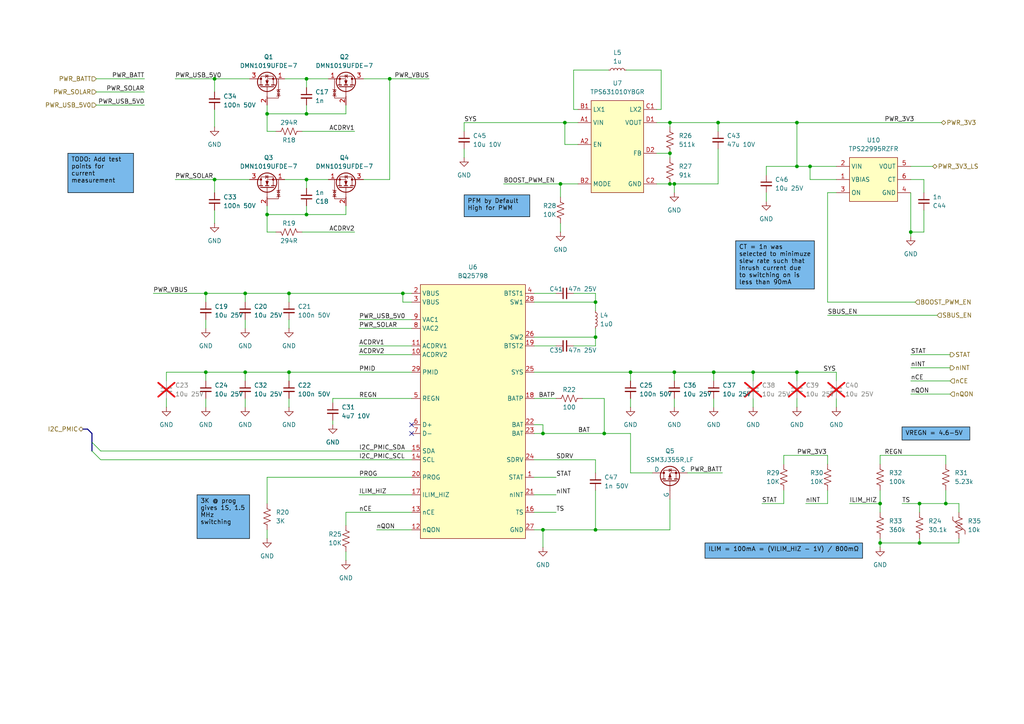
<source format=kicad_sch>
(kicad_sch (version 20231120) (generator "eeschema") (generator_version "8.0")
  (paper "A4")
  (title_block (title "Power Management") (date "2025-01-04"))
  (junction (at 162.56 53.34))
  (junction (at 163.83 35.56))
  (junction (at 172.72 87.63))
  (junction (at 83.82 85.09))
  (junction (at 182.88 107.95))
  (junction (at 255.27 157.48))
  (junction (at 71.12 85.09))
  (junction (at 264.16 67.31))
  (junction (at 231.14 107.95))
  (junction (at 266.7 157.48))
  (junction (at 113.03 22.86))
  (junction (at 157.48 125.73))
  (junction (at 62.23 22.86))
  (junction (at 231.14 35.56))
  (junction (at 172.72 153.67))
  (junction (at 274.32 146.05))
  (junction (at 77.47 33.02))
  (junction (at 207.01 107.95))
  (junction (at 194.31 44.45))
  (junction (at 208.28 35.56))
  (junction (at 266.7 146.05))
  (junction (at 116.84 85.09))
  (junction (at 255.27 146.05))
  (junction (at 218.44 107.95))
  (junction (at 195.58 53.34))
  (junction (at 195.58 107.95))
  (junction (at 83.82 107.95))
  (junction (at 172.72 97.79))
  (junction (at 157.48 153.67))
  (junction (at 59.69 85.09))
  (junction (at 88.9 52.07))
  (junction (at 231.14 48.26))
  (junction (at 62.23 52.07))
  (junction (at 71.12 107.95))
  (junction (at 194.31 53.34))
  (junction (at 194.31 35.56))
  (junction (at 59.69 107.95))
  (junction (at 234.95 48.26))
  (junction (at 77.47 62.23))
  (junction (at 88.9 22.86))
  (junction (at 88.9 62.23))
  (junction (at 88.9 33.02))
  (junction (at 175.26 125.73))
  (no_connect (at 119.38 123.19))
  (no_connect (at 119.38 125.73))
  (bus_entry (at 26.67 130.81) (size 2.54 2.54))
  (bus_entry (at 26.67 128.27) (size 2.54 2.54))
  (wire (pts (xy 166.37 31.75) (xy 167.64 31.75)))
  (wire (pts (xy 195.58 107.95) (xy 207.01 107.95)))
  (wire (pts (xy 113.03 52.07) (xy 113.03 22.86)))
  (wire (pts (xy 274.32 142.24) (xy 274.32 146.05)))
  (wire (pts (xy 175.26 125.73) (xy 182.88 125.73)))
  (wire (pts (xy 264.16 67.31) (xy 264.16 55.88)))
  (wire (pts (xy 59.69 107.95) (xy 71.12 107.95)))
  (wire (pts (xy 172.72 87.63) (xy 172.72 90.17)))
  (wire (pts (xy 59.69 85.09) (xy 59.69 87.63)))
  (wire (pts (xy 240.03 146.05) (xy 240.03 142.24)))
  (wire (pts (xy 220.98 146.05) (xy 227.33 146.05)))
  (wire (pts (xy 96.52 121.92) (xy 96.52 123.19)))
  (wire (pts (xy 87.63 67.31) (xy 102.87 67.31)))
  (wire (pts (xy 191.77 31.75) (xy 191.77 20.32)))
  (wire (pts (xy 231.14 35.56) (xy 273.05 35.56)))
  (wire (pts (xy 234.95 48.26) (xy 231.14 48.26)))
  (wire (pts (xy 267.97 60.96) (xy 267.97 67.31)))
  (wire (pts (xy 154.94 85.09) (xy 161.29 85.09)))
  (wire (pts (xy 154.94 115.57) (xy 161.29 115.57)))
  (wire (pts (xy 172.72 153.67) (xy 194.31 153.67)))
  (wire (pts (xy 71.12 107.95) (xy 71.12 110.49)))
  (wire (pts (xy 29.21 130.81) (xy 119.38 130.81)))
  (wire (pts (xy 162.56 53.34) (xy 167.64 53.34)))
  (wire (pts (xy 77.47 67.31) (xy 80.01 67.31)))
  (wire (pts (xy 231.14 48.26) (xy 222.25 48.26)))
  (wire (pts (xy 264.16 67.31) (xy 264.16 68.58)))
  (wire (pts (xy 274.32 134.62) (xy 274.32 132.08)))
  (wire (pts (xy 96.52 115.57) (xy 96.52 116.84)))
  (wire (pts (xy 116.84 87.63) (xy 116.84 85.09)))
  (wire (pts (xy 50.8 52.07) (xy 62.23 52.07)))
  (wire (pts (xy 191.77 31.75) (xy 190.5 31.75)))
  (wire (pts (xy 242.57 115.57) (xy 242.57 118.11)))
  (bus (pts (xy 24.13 124.46) (xy 25.4 124.46)))
  (wire (pts (xy 100.33 148.59) (xy 119.38 148.59)))
  (wire (pts (xy 154.94 153.67) (xy 157.48 153.67)))
  (wire (pts (xy 62.23 60.96) (xy 62.23 64.77)))
  (wire (pts (xy 267.97 55.88) (xy 267.97 52.07)))
  (wire (pts (xy 88.9 22.86) (xy 95.25 22.86)))
  (wire (pts (xy 27.94 30.48) (xy 41.91 30.48)))
  (wire (pts (xy 157.48 125.73) (xy 175.26 125.73)))
  (wire (pts (xy 71.12 107.95) (xy 83.82 107.95)))
  (wire (pts (xy 242.57 52.07) (xy 234.95 52.07)))
  (wire (pts (xy 83.82 85.09) (xy 83.82 87.63)))
  (wire (pts (xy 218.44 107.95) (xy 231.14 107.95)))
  (wire (pts (xy 166.37 31.75) (xy 166.37 20.32)))
  (wire (pts (xy 77.47 153.67) (xy 77.47 156.21)))
  (wire (pts (xy 27.94 26.67) (xy 41.91 26.67)))
  (wire (pts (xy 222.25 55.88) (xy 222.25 58.42)))
  (wire (pts (xy 255.27 146.05) (xy 255.27 148.59)))
  (wire (pts (xy 182.88 107.95) (xy 195.58 107.95)))
  (wire (pts (xy 83.82 85.09) (xy 116.84 85.09)))
  (wire (pts (xy 109.22 153.67) (xy 119.38 153.67)))
  (wire (pts (xy 266.7 146.05) (xy 266.7 148.59)))
  (wire (pts (xy 182.88 137.16) (xy 189.23 137.16)))
  (wire (pts (xy 194.31 44.45) (xy 194.31 45.72)))
  (wire (pts (xy 261.62 146.05) (xy 266.7 146.05)))
  (wire (pts (xy 231.14 48.26) (xy 231.14 35.56)))
  (wire (pts (xy 194.31 144.78) (xy 194.31 153.67)))
  (wire (pts (xy 163.83 41.91) (xy 163.83 35.56)))
  (wire (pts (xy 134.62 35.56) (xy 163.83 35.56)))
  (wire (pts (xy 182.88 107.95) (xy 182.88 110.49)))
  (wire (pts (xy 255.27 132.08) (xy 255.27 134.62)))
  (wire (pts (xy 231.14 107.95) (xy 231.14 110.49)))
  (wire (pts (xy 194.31 35.56) (xy 190.5 35.56)))
  (wire (pts (xy 264.16 67.31) (xy 267.97 67.31)))
  (wire (pts (xy 105.41 22.86) (xy 113.03 22.86)))
  (wire (pts (xy 88.9 52.07) (xy 95.25 52.07)))
  (wire (pts (xy 134.62 38.1) (xy 134.62 35.56)))
  (wire (pts (xy 208.28 43.18) (xy 208.28 53.34)))
  (wire (pts (xy 246.38 146.05) (xy 255.27 146.05)))
  (wire (pts (xy 83.82 92.71) (xy 83.82 95.25)))
  (wire (pts (xy 157.48 153.67) (xy 157.48 158.75)))
  (wire (pts (xy 88.9 22.86) (xy 88.9 25.4)))
  (wire (pts (xy 134.62 43.18) (xy 134.62 45.72)))
  (wire (pts (xy 154.94 143.51) (xy 161.29 143.51)))
  (wire (pts (xy 162.56 57.15) (xy 162.56 53.34)))
  (wire (pts (xy 255.27 156.21) (xy 255.27 157.48)))
  (wire (pts (xy 194.31 36.83) (xy 194.31 35.56)))
  (wire (pts (xy 195.58 115.57) (xy 195.58 118.11)))
  (wire (pts (xy 77.47 62.23) (xy 77.47 67.31)))
  (wire (pts (xy 190.5 44.45) (xy 194.31 44.45)))
  (wire (pts (xy 82.55 22.86) (xy 88.9 22.86)))
  (wire (pts (xy 29.21 133.35) (xy 119.38 133.35)))
  (wire (pts (xy 227.33 134.62) (xy 227.33 132.08)))
  (wire (pts (xy 119.38 87.63) (xy 116.84 87.63)))
  (wire (pts (xy 59.69 92.71) (xy 59.69 95.25)))
  (wire (pts (xy 100.33 59.69) (xy 100.33 62.23)))
  (wire (pts (xy 83.82 107.95) (xy 83.82 110.49)))
  (wire (pts (xy 191.77 20.32) (xy 181.61 20.32)))
  (wire (pts (xy 48.26 107.95) (xy 48.26 110.49)))
  (wire (pts (xy 71.12 85.09) (xy 71.12 87.63)))
  (wire (pts (xy 59.69 107.95) (xy 59.69 110.49)))
  (wire (pts (xy 172.72 95.25) (xy 172.72 97.79)))
  (wire (pts (xy 83.82 107.95) (xy 119.38 107.95)))
  (wire (pts (xy 172.72 100.33) (xy 166.37 100.33)))
  (wire (pts (xy 59.69 115.57) (xy 59.69 118.11)))
  (wire (pts (xy 83.82 115.57) (xy 83.82 118.11)))
  (wire (pts (xy 162.56 64.77) (xy 162.56 67.31)))
  (wire (pts (xy 182.88 115.57) (xy 182.88 118.11)))
  (wire (pts (xy 195.58 107.95) (xy 195.58 110.49)))
  (wire (pts (xy 82.55 52.07) (xy 88.9 52.07)))
  (wire (pts (xy 154.94 107.95) (xy 182.88 107.95)))
  (wire (pts (xy 255.27 132.08) (xy 274.32 132.08)))
  (wire (pts (xy 233.68 146.05) (xy 240.03 146.05)))
  (wire (pts (xy 167.64 41.91) (xy 163.83 41.91)))
  (wire (pts (xy 278.13 146.05) (xy 278.13 148.59)))
  (wire (pts (xy 48.26 115.57) (xy 48.26 118.11)))
  (wire (pts (xy 274.32 146.05) (xy 278.13 146.05)))
  (wire (pts (xy 195.58 53.34) (xy 195.58 55.88)))
  (wire (pts (xy 154.94 100.33) (xy 161.29 100.33)))
  (wire (pts (xy 207.01 115.57) (xy 207.01 118.11)))
  (wire (pts (xy 208.28 35.56) (xy 208.28 38.1)))
  (wire (pts (xy 104.14 102.87) (xy 119.38 102.87)))
  (bus (pts (xy 26.67 125.73) (xy 25.4 124.46)))
  (wire (pts (xy 231.14 107.95) (xy 242.57 107.95)))
  (wire (pts (xy 199.39 137.16) (xy 209.55 137.16)))
  (wire (pts (xy 146.05 53.34) (xy 162.56 53.34)))
  (wire (pts (xy 77.47 59.69) (xy 77.47 62.23)))
  (wire (pts (xy 71.12 115.57) (xy 71.12 118.11)))
  (wire (pts (xy 255.27 157.48) (xy 266.7 157.48)))
  (bus (pts (xy 26.67 128.27) (xy 26.67 130.81)))
  (wire (pts (xy 62.23 22.86) (xy 72.39 22.86)))
  (wire (pts (xy 77.47 62.23) (xy 88.9 62.23)))
  (wire (pts (xy 154.94 133.35) (xy 172.72 133.35)))
  (wire (pts (xy 62.23 31.75) (xy 62.23 36.83)))
  (wire (pts (xy 264.16 48.26) (xy 270.51 48.26)))
  (wire (pts (xy 154.94 148.59) (xy 161.29 148.59)))
  (wire (pts (xy 266.7 157.48) (xy 278.13 157.48)))
  (wire (pts (xy 264.16 102.87) (xy 275.59 102.87)))
  (wire (pts (xy 48.26 107.95) (xy 59.69 107.95)))
  (wire (pts (xy 113.03 22.86) (xy 124.46 22.86)))
  (wire (pts (xy 154.94 97.79) (xy 172.72 97.79)))
  (wire (pts (xy 240.03 91.44) (xy 271.78 91.44)))
  (wire (pts (xy 207.01 107.95) (xy 218.44 107.95)))
  (wire (pts (xy 104.14 92.71) (xy 119.38 92.71)))
  (wire (pts (xy 157.48 125.73) (xy 157.48 123.19)))
  (wire (pts (xy 264.16 110.49) (xy 275.59 110.49)))
  (wire (pts (xy 182.88 125.73) (xy 182.88 137.16)))
  (wire (pts (xy 88.9 33.02) (xy 100.33 33.02)))
  (wire (pts (xy 264.16 106.68) (xy 275.59 106.68)))
  (wire (pts (xy 264.16 114.3) (xy 275.59 114.3)))
  (wire (pts (xy 166.37 20.32) (xy 176.53 20.32)))
  (wire (pts (xy 105.41 52.07) (xy 113.03 52.07)))
  (wire (pts (xy 240.03 87.63) (xy 265.43 87.63)))
  (wire (pts (xy 100.33 160.02) (xy 100.33 162.56)))
  (wire (pts (xy 104.14 95.25) (xy 119.38 95.25)))
  (wire (pts (xy 190.5 53.34) (xy 194.31 53.34)))
  (wire (pts (xy 163.83 35.56) (xy 167.64 35.56)))
  (wire (pts (xy 71.12 92.71) (xy 71.12 95.25)))
  (wire (pts (xy 255.27 142.24) (xy 255.27 146.05)))
  (wire (pts (xy 222.25 48.26) (xy 222.25 50.8)))
  (wire (pts (xy 168.91 115.57) (xy 175.26 115.57)))
  (wire (pts (xy 266.7 146.05) (xy 274.32 146.05)))
  (wire (pts (xy 240.03 134.62) (xy 240.03 132.08)))
  (wire (pts (xy 77.47 38.1) (xy 77.47 33.02)))
  (wire (pts (xy 255.27 157.48) (xy 255.27 158.75)))
  (wire (pts (xy 62.23 52.07) (xy 62.23 55.88)))
  (wire (pts (xy 88.9 62.23) (xy 88.9 59.69)))
  (wire (pts (xy 240.03 55.88) (xy 240.03 87.63)))
  (wire (pts (xy 172.72 87.63) (xy 172.72 85.09)))
  (wire (pts (xy 77.47 138.43) (xy 77.47 146.05)))
  (wire (pts (xy 87.63 38.1) (xy 102.87 38.1)))
  (wire (pts (xy 154.94 125.73) (xy 157.48 125.73)))
  (wire (pts (xy 240.03 55.88) (xy 242.57 55.88)))
  (wire (pts (xy 104.14 143.51) (xy 119.38 143.51)))
  (wire (pts (xy 208.28 53.34) (xy 195.58 53.34)))
  (wire (pts (xy 88.9 62.23) (xy 100.33 62.23)))
  (wire (pts (xy 100.33 30.48) (xy 100.33 33.02)))
  (wire (pts (xy 59.69 85.09) (xy 71.12 85.09)))
  (wire (pts (xy 208.28 35.56) (xy 231.14 35.56)))
  (wire (pts (xy 71.12 85.09) (xy 83.82 85.09)))
  (wire (pts (xy 104.14 100.33) (xy 119.38 100.33)))
  (wire (pts (xy 154.94 123.19) (xy 157.48 123.19)))
  (wire (pts (xy 44.45 85.09) (xy 59.69 85.09)))
  (wire (pts (xy 96.52 115.57) (xy 119.38 115.57)))
  (wire (pts (xy 267.97 52.07) (xy 264.16 52.07)))
  (wire (pts (xy 62.23 52.07) (xy 72.39 52.07)))
  (wire (pts (xy 231.14 115.57) (xy 231.14 118.11)))
  (wire (pts (xy 242.57 48.26) (xy 234.95 48.26)))
  (wire (pts (xy 77.47 30.48) (xy 77.47 33.02)))
  (wire (pts (xy 88.9 30.48) (xy 88.9 33.02)))
  (wire (pts (xy 227.33 146.05) (xy 227.33 142.24)))
  (wire (pts (xy 207.01 107.95) (xy 207.01 110.49)))
  (wire (pts (xy 234.95 52.07) (xy 234.95 48.26)))
  (wire (pts (xy 50.8 22.86) (xy 62.23 22.86)))
  (wire (pts (xy 218.44 107.95) (xy 218.44 110.49)))
  (wire (pts (xy 194.31 53.34) (xy 195.58 53.34)))
  (wire (pts (xy 116.84 85.09) (xy 119.38 85.09)))
  (wire (pts (xy 154.94 87.63) (xy 172.72 87.63)))
  (wire (pts (xy 218.44 115.57) (xy 218.44 118.11)))
  (wire (pts (xy 77.47 138.43) (xy 119.38 138.43)))
  (wire (pts (xy 172.72 142.24) (xy 172.72 153.67)))
  (wire (pts (xy 157.48 153.67) (xy 172.72 153.67)))
  (wire (pts (xy 88.9 54.61) (xy 88.9 52.07)))
  (wire (pts (xy 242.57 107.95) (xy 242.57 110.49)))
  (wire (pts (xy 100.33 148.59) (xy 100.33 152.4)))
  (wire (pts (xy 77.47 33.02) (xy 88.9 33.02)))
  (wire (pts (xy 62.23 22.86) (xy 62.23 26.67)))
  (wire (pts (xy 227.33 132.08) (xy 240.03 132.08)))
  (wire (pts (xy 278.13 156.21) (xy 278.13 157.48)))
  (wire (pts (xy 172.72 97.79) (xy 172.72 100.33)))
  (wire (pts (xy 154.94 138.43) (xy 161.29 138.43)))
  (wire (pts (xy 77.47 38.1) (xy 80.01 38.1)))
  (bus (pts (xy 26.67 128.27) (xy 26.67 125.73)))
  (wire (pts (xy 194.31 35.56) (xy 208.28 35.56)))
  (wire (pts (xy 266.7 157.48) (xy 266.7 156.21)))
  (wire (pts (xy 175.26 115.57) (xy 175.26 125.73)))
  (wire (pts (xy 172.72 137.16) (xy 172.72 133.35)))
  (wire (pts (xy 27.94 22.86) (xy 41.91 22.86)))
  (wire (pts (xy 172.72 85.09) (xy 166.37 85.09)))
  (text_box "ILIM = 100mA = (VILIM_HIZ - 1V) / 800mΩ \n" (at 204.47 157.48 0) (size 45.72 4.445) (stroke (width 0) (color 0 0 0 1)) (fill (type color) (color 76 163 228 0.7490196078)) (effects (font (size 1.27 1.27)) (justify left top)))
  (text_box "CT = 1n was selected to minimuze slew rate such that inrush current due to switching on is less than 90mA" (at 213.36 69.85 0) (size 22.86 13.97) (stroke (width 0) (color 0 0 0 1)) (fill (type color) (color 76 163 228 0.7490196078)) (effects (font (size 1.27 1.27)) (justify left top)))
  (text_box "PFM by Default\nHigh for PWM" (at 134.62 56.515 0) (size 19.05 6.35) (stroke (width 0) (color 0 0 0 1)) (fill (type color) (color 76 163 228 0.7490196078)) (effects (font (size 1.27 1.27)) (justify left top)))
  (text_box "TODO: Add test points for current measurement" (at 19.685 44.45 0) (size 19.05 11.43) (stroke (width 0) (color 0 0 0 1)) (fill (type color) (color 76 163 228 0.7490196078)) (effects (font (size 1.27 1.27)) (justify left top)))
  (text_box "VREGN = 4.6-5V" (at 261.62 123.825 0) (size 19.685 3.81) (stroke (width 0) (color 0 0 0 1)) (fill (type color) (color 76 163 228 0.7490196078)) (effects (font (size 1.27 1.27)) (justify left top)))
  (text_box "3K @ prog gives 1S, 1.5 MHz switching" (at 57.15 143.51 0) (size 15.24 12.7) (stroke (width 0) (color 0 0 0 1)) (fill (type color) (color 76 163 228 0.7490196078)) (effects (font (size 1.27 1.27)) (justify left top)))
  (label "TS" (at 261.62 146.05 0))
  (label "BATP" (at 156.21 115.57 0))
  (label "ACDRV1" (at 102.87 38.1 180))
  (label "BOOST_PWM_EN" (at 146.05 53.34 0))
  (label "PWR_USB_5V0" (at 104.14 92.71 0))
  (label "TS" (at 161.29 148.59 0))
  (label "PWR_USB_5V0" (at 41.91 30.48 180))
  (label "STAT" (at 220.98 146.05 0))
  (label "ILIM_HIZ" (at 246.38 146.05 0))
  (label "SBUS_EN" (at 240.03 91.44 0))
  (label "nINT" (at 233.68 146.05 0))
  (label "PWR_VBUS" (at 124.46 22.86 180))
  (label "REGN" (at 104.14 115.57 0))
  (label "nINT" (at 264.16 106.68 0))
  (label "PWR_VBUS" (at 44.45 85.09 0))
  (label "SDRV" (at 161.29 133.35 0))
  (label "ACDRV2" (at 102.87 67.31 180))
  (label "STAT" (at 264.16 102.87 0))
  (label "I2C_PMIC_SDA" (at 104.14 130.81 0))
  (label "SYS" (at 134.62 35.56 0))
  (label "nCE" (at 104.14 148.59 0))
  (label "I2C_PMIC_SCL" (at 104.14 133.35 0))
  (label "ACDRV1" (at 104.14 100.33 0))
  (label "nCE" (at 264.16 110.49 0))
  (label "ILIM_HIZ" (at 104.14 143.51 0))
  (label "PWR_BATT" (at 209.55 137.16 180))
  (label "STAT" (at 161.29 138.43 0))
  (label "nQON" (at 264.16 114.3 0))
  (label "PWR_SOLAR" (at 50.8 52.07 0))
  (label "nINT" (at 161.29 143.51 0))
  (label "PWR_3V3" (at 231.14 132.08 0))
  (label "PWR_BATT" (at 41.91 22.86 180))
  (label "PWR_SOLAR" (at 41.91 26.67 180))
  (label "PWR_SOLAR" (at 104.14 95.25 0))
  (label "PWR_USB_5V0" (at 50.8 22.86 0))
  (label "PROG" (at 104.14 138.43 0))
  (label "ACDRV2" (at 104.14 102.87 0))
  (label "BAT" (at 167.64 125.73 0))
  (label "SYS" (at 238.76 107.95 0))
  (label "nQON" (at 109.22 153.67 0))
  (label "REGN" (at 256.54 132.08 0))
  (label "PMID" (at 104.14 107.95 0))
  (label "PWR_3V3" (at 256.54 35.56 0))
  (hierarchical_label "nQON" (shape input) (at 275.59 114.3 0))
  (hierarchical_label "STAT" (shape output) (at 275.59 102.87 0))
  (hierarchical_label "SBUS_EN" (shape input) (at 271.78 91.44 0))
  (hierarchical_label "nINT" (shape output) (at 275.59 106.68 0))
  (hierarchical_label "PWR_BATT" (shape input) (at 27.94 22.86 180))
  (hierarchical_label "PWR_USB_5V0" (shape input) (at 27.94 30.48 180))
  (hierarchical_label "I2C_PMIC" (shape bidirectional) (at 24.13 124.46 180))
  (hierarchical_label "PWR_3V3" (shape bidirectional) (at 273.05 35.56 0))
  (hierarchical_label "PWR_3V3_LS" (shape bidirectional) (at 270.51 48.26 0))
  (hierarchical_label "BOOST_PWM_EN" (shape input) (at 265.43 87.63 0))
  (hierarchical_label "PWR_SOLAR" (shape input) (at 27.94 26.67 180))
  (hierarchical_label "nCE" (shape input) (at 275.59 110.49 0))
  (symbol (lib_id "DB:ERJ-2RKF1002X") (at 240.03 138.43 0) (unit 1) (exclude_from_sim yes)
    (property "Reference" "R30" (at 234.95 137.16 0) (effects (justify left)))
    (property "Value" "10K" (at 234.95 139.7 0) (effects (justify left)))
    (property "Footprint" "footprints:R_0402_1005Metric" (effects (hide yes)))
    (property "Datasheet" "http://parts.djgood.ca/en/part/15/info" (effects (hide yes)))
    (property "Description" "10 kOhms ±1% 0.1W, 1/10W Chip Resistor 0402 (1005 Metric) Automotive AEC-Q200 Thick Film" (effects (hide yes)))
    (property "Category" "Resistors/Thick Film" (effects (hide yes)))
    (property "MPN" "ERJ-2RKF1002X" (effects (hide yes)))
    (property "Manufacturer" "Panasonic Electronic Components" (effects (hide yes)))
    (property "Manufacturing Status" "Active" (effects (hide yes)))
    (property "Part-DB Footprint" "0402" (effects (hide yes)))
    (property "Part-DB ID" "15" (effects (hide yes)))
  )
  (symbol (lib_id "power:GND") (at 207.01 118.11 0) (mirror y) (unit 1)
    (property "Reference" "#PWR043" (effects (hide yes)))
    (property "Value" "GND" (at 207.01 123.19 0))
    (property "Description" "Power symbol creates a global label with name \"GND\" , ground" (effects (hide yes)))
  )
  (symbol (lib_id "DB:GRM21BR61E106KA73L") (at 59.69 90.17 0) (unit 1)
    (property "Reference" "C19" (at 62.23 88.9062 0) (effects (justify left)))
    (property "Value" "10u 25V" (at 62.23 91.4462 0) (effects (justify left)))
    (property "Footprint" "footprints:C_0805_2012Metric" (effects (hide yes)))
    (property "Datasheet" "http://parts.djgood.ca/en/part/86/info" (effects (hide yes)))
    (property "Description" "10 µF ±10% 25V Ceramic Capacitor X5R 0805 (2012 Metric)" (effects (hide yes)))
    (property "Category" "Capacitors" (effects (hide yes)))
    (property "MPN" "GRM21BR61E106KA73L" (effects (hide yes)))
    (property "Manufacturer" "Murata Electronics" (effects (hide yes)))
    (property "Manufacturing Status" "Active" (effects (hide yes)))
    (property "Part-DB ID" "86" (effects (hide yes)))
  )
  (symbol (lib_id "DB:DMN1019UFDE-7") (at 104.14 57.15 270) (mirror x) (unit 1) (exclude_from_sim yes)
    (property "Reference" "Q4" (at 99.8855 45.72 90))
    (property "Value" "DMN1019UFDE-7" (at 99.8855 48.26 90))
    (property "Footprint" "footprints:DI_DFN2020" (effects (hide yes)))
    (property "Datasheet" "http://parts.djgood.ca/en/part/76/info" (effects (hide yes)))
    (property "Description" "N-Channel 12 V 11A (Ta) 690mW (Ta) Surface Mount U-DFN2020-6 (Type E)" (effects (hide yes)))
    (property "Category" "Transistors/FETs" (effects (hide yes)))
    (property "MPN" "DMN1019UFDE-7" (effects (hide yes)))
    (property "Manufacturer" "Diodes Incorporated" (effects (hide yes)))
    (property "Manufacturing Status" "Active" (effects (hide yes)))
    (property "Part-DB Footprint" "U-DFN2020-6 (Type E)" (effects (hide yes)))
    (property "Part-DB ID" "76" (effects (hide yes)))
  )
  (symbol (lib_id "DB:GRM033R71E102KA01D") (at 267.97 58.42 0) (mirror x) (unit 1)
    (property "Reference" "C44" (at 270.51 59.6838 0) (effects (justify left)))
    (property "Value" "1n" (at 270.51 57.1438 0) (effects (justify left)))
    (property "Footprint" "footprints:C_0201_0603Metric" (effects (hide yes)))
    (property "Datasheet" "http://parts.djgood.ca/en/part/81/info" (effects (hide yes)))
    (property "Description" "1000 pF ±10% 25V Ceramic Capacitor X7R 0201 (0603 Metric)" (effects (hide yes)))
    (property "Category" "Capacitors/Ceramic Capacitors" (effects (hide yes)))
    (property "MPN" "GRM033R71E102KA01D" (effects (hide yes)))
    (property "Manufacturer" "Murata Electronics" (effects (hide yes)))
    (property "Manufacturing Status" "Active" (effects (hide yes)))
    (property "Part-DB ID" "81" (effects (hide yes)))
  )
  (symbol (lib_id "power:GND") (at 182.88 118.11 0) (mirror y) (unit 1)
    (property "Reference" "#PWR020" (effects (hide yes)))
    (property "Value" "GND" (at 182.88 123.19 0))
    (property "Description" "Power symbol creates a global label with name \"GND\" , ground" (effects (hide yes)))
  )
  (symbol (lib_id "DB:CC0603KRX7R9BB104") (at 182.88 113.03 0) (unit 1)
    (property "Reference" "C25" (at 185.42 111.7662 0) (effects (justify left)))
    (property "Value" "100n 50V" (at 185.42 114.3062 0) (effects (justify left)))
    (property "Footprint" "footprints:C_0603_1608Metric" (effects (hide yes)))
    (property "Datasheet" "http://parts.djgood.ca/en/part/82/info" (effects (hide yes)))
    (property "Description" "0.1 µF ±10% 50V Ceramic Capacitor X7R 0603 (1608 Metric)" (effects (hide yes)))
    (property "Category" "Capacitors/Ceramic Capacitors" (effects (hide yes)))
    (property "MPN" "CC0603KRX7R9BB104" (effects (hide yes)))
    (property "Manufacturer" "YAGEO" (effects (hide yes)))
    (property "Manufacturing Status" "Active" (effects (hide yes)))
    (property "Part-DB ID" "82" (effects (hide yes)))
  )
  (symbol (lib_id "power:GND") (at 222.25 58.42 0) (mirror y) (unit 1)
    (property "Reference" "#PWR054" (effects (hide yes)))
    (property "Value" "GND" (at 222.25 63.5 0))
    (property "Description" "Power symbol creates a global label with name \"GND\" , ground" (effects (hide yes)))
  )
  (symbol (lib_id "DB:ERJ-2RKF1002X") (at 100.33 156.21 0) (unit 1) (exclude_from_sim yes)
    (property "Reference" "R25" (at 95.25 154.94 0) (effects (justify left)))
    (property "Value" "10K" (at 95.25 157.48 0) (effects (justify left)))
    (property "Footprint" "footprints:R_0402_1005Metric" (effects (hide yes)))
    (property "Datasheet" "http://parts.djgood.ca/en/part/15/info" (effects (hide yes)))
    (property "Description" "10 kOhms ±1% 0.1W, 1/10W Chip Resistor 0402 (1005 Metric) Automotive AEC-Q200 Thick Film" (effects (hide yes)))
    (property "Category" "Resistors/Thick Film" (effects (hide yes)))
    (property "MPN" "ERJ-2RKF1002X" (effects (hide yes)))
    (property "Manufacturer" "Panasonic Electronic Components" (effects (hide yes)))
    (property "Manufacturing Status" "Active" (effects (hide yes)))
    (property "Part-DB Footprint" "0402" (effects (hide yes)))
    (property "Part-DB ID" "15" (effects (hide yes)))
  )
  (symbol (lib_id "power:GND") (at 255.27 158.75 0) (mirror y) (unit 1)
    (property "Reference" "#PWR049" (effects (hide yes)))
    (property "Value" "GND" (at 255.27 163.83 0))
    (property "Description" "Power symbol creates a global label with name \"GND\" , ground" (effects (hide yes)))
  )
  (symbol (lib_id "DB:CC0603KRX7R9BB104") (at 62.23 58.42 0) (unit 1)
    (property "Reference" "C33" (at 64.77 57.1562 0) (effects (justify left)))
    (property "Value" "100n 50V" (at 64.77 59.6962 0) (effects (justify left)))
    (property "Footprint" "footprints:C_0603_1608Metric" (effects (hide yes)))
    (property "Datasheet" "http://parts.djgood.ca/en/part/82/info" (effects (hide yes)))
    (property "Description" "0.1 µF ±10% 50V Ceramic Capacitor X7R 0603 (1608 Metric)" (effects (hide yes)))
    (property "Category" "Capacitors/Ceramic Capacitors" (effects (hide yes)))
    (property "MPN" "CC0603KRX7R9BB104" (effects (hide yes)))
    (property "Manufacturer" "YAGEO" (effects (hide yes)))
    (property "Manufacturing Status" "Active" (effects (hide yes)))
    (property "Part-DB ID" "82" (effects (hide yes)))
  )
  (symbol (lib_id "DB:TPS631010YBGR") (at 171.45 29.21 0) (unit 1)
    (property "Reference" "U7" (at 179.07 24.13 0))
    (property "Value" "TPS631010YBGR" (at 179.07 26.67 0))
    (property "Footprint" "footprints:TPS631010YBGR" (effects (hide yes)))
    (property "Datasheet" "http://parts.djgood.ca/en/part/77/info" (effects (hide yes)))
    (property "Description" "Buck-Boost Switching Regulator IC Positive Adjustable 1.2V 1 Output 1.5A 8-XFBGA, DSBGA" (effects (hide yes)))
    (property "Category" "Integrated Circuits/PMIC" (effects (hide yes)))
    (property "MPN" "TPS631010YBGR" (effects (hide yes)))
    (property "Manufacturer" "Texas Instruments" (effects (hide yes)))
    (property "Manufacturing Status" "Active" (effects (hide yes)))
    (property "Part-DB Footprint" "8-DSBGA (1.6x1.1)" (effects (hide yes)))
    (property "Part-DB ID" "77" (effects (hide yes)))
  )
  (symbol (lib_id "DB:DMN1019UFDE-7") (at 104.14 27.94 270) (mirror x) (unit 1) (exclude_from_sim yes)
    (property "Reference" "Q2" (at 99.8855 16.51 90))
    (property "Value" "DMN1019UFDE-7" (at 99.8855 19.05 90))
    (property "Footprint" "footprints:DI_DFN2020" (effects (hide yes)))
    (property "Datasheet" "http://parts.djgood.ca/en/part/76/info" (effects (hide yes)))
    (property "Description" "N-Channel 12 V 11A (Ta) 690mW (Ta) Surface Mount U-DFN2020-6 (Type E)" (effects (hide yes)))
    (property "Category" "Transistors/FETs" (effects (hide yes)))
    (property "MPN" "DMN1019UFDE-7" (effects (hide yes)))
    (property "Manufacturer" "Diodes Incorporated" (effects (hide yes)))
    (property "Manufacturing Status" "Active" (effects (hide yes)))
    (property "Part-DB Footprint" "U-DFN2020-6 (Type E)" (effects (hide yes)))
    (property "Part-DB ID" "76" (effects (hide yes)))
  )
  (symbol (lib_id "DB:CC0603KRX7R9BB104") (at 62.23 29.21 0) (unit 1)
    (property "Reference" "C34" (at 64.77 27.9462 0) (effects (justify left)))
    (property "Value" "100n 50V" (at 64.77 30.4862 0) (effects (justify left)))
    (property "Footprint" "footprints:C_0603_1608Metric" (effects (hide yes)))
    (property "Datasheet" "http://parts.djgood.ca/en/part/82/info" (effects (hide yes)))
    (property "Description" "0.1 µF ±10% 50V Ceramic Capacitor X7R 0603 (1608 Metric)" (effects (hide yes)))
    (property "Category" "Capacitors/Ceramic Capacitors" (effects (hide yes)))
    (property "MPN" "CC0603KRX7R9BB104" (effects (hide yes)))
    (property "Manufacturer" "YAGEO" (effects (hide yes)))
    (property "Manufacturing Status" "Active" (effects (hide yes)))
    (property "Part-DB ID" "82" (effects (hide yes)))
  )
  (symbol (lib_id "DB:GRM21BR61E106KA73L") (at 218.44 113.03 0) (unit 1) (dnp yes)
    (property "Reference" "C38" (at 220.98 111.7662 0) (effects (justify left)))
    (property "Value" "10u 25V" (at 220.98 114.3062 0) (effects (justify left)))
    (property "Footprint" "footprints:C_0805_2012Metric" (effects (hide yes)))
    (property "Datasheet" "http://parts.djgood.ca/en/part/86/info" (effects (hide yes)))
    (property "Description" "10 µF ±10% 25V Ceramic Capacitor X5R 0805 (2012 Metric)" (effects (hide yes)))
    (property "Category" "Capacitors" (effects (hide yes)))
    (property "MPN" "GRM21BR61E106KA73L" (effects (hide yes)))
    (property "Manufacturer" "Murata Electronics" (effects (hide yes)))
    (property "Manufacturing Status" "Active" (effects (hide yes)))
    (property "Part-DB ID" "86" (effects (hide yes)))
  )
  (symbol (lib_id "power:GND") (at 242.57 118.11 0) (mirror y) (unit 1)
    (property "Reference" "#PWR046" (effects (hide yes)))
    (property "Value" "GND" (at 242.57 123.19 0))
    (property "Description" "Power symbol creates a global label with name \"GND\" , ground" (effects (hide yes)))
  )
  (symbol (lib_id "DB:SSM3J355R,LF") (at 194.31 139.7 90) (unit 1) (exclude_from_sim yes)
    (property "Reference" "Q5" (at 194.31 130.81 90))
    (property "Value" "SSM3J355R,LF" (at 194.31 133.35 90))
    (property "Footprint" "footprints:TOSHIBA_SOT-23F" (effects (hide yes)))
    (property "Datasheet" "http://parts.djgood.ca/en/part/63/info" (effects (hide yes)))
    (property "Description" "P-Channel 20 V 6A (Ta) 1W (Ta) Surface Mount SOT-23F" (effects (hide yes)))
    (property "Sim.Device" "PMOS" (effects (hide yes)))
    (property "Sim.Type" "VDMOS" (effects (hide yes)))
    (property "Sim.Pins" "1=D 2=G 3=S" (effects (hide yes)))
    (property "Category" "Transistors/FETs" (effects (hide yes)))
    (property "MPN" "SSM3J355R,LF" (effects (hide yes)))
    (property "Manufacturer" "Toshiba Semiconductor and Storage" (effects (hide yes)))
    (property "Manufacturing Status" "Active" (effects (hide yes)))
    (property "Part-DB Footprint" "SOT-23F" (effects (hide yes)))
    (property "Part-DB ID" "63" (effects (hide yes)))
  )
  (symbol (lib_id "power:GND") (at 59.69 118.11 0) (mirror y) (unit 1)
    (property "Reference" "#PWR023" (effects (hide yes)))
    (property "Value" "GND" (at 59.69 123.19 0))
    (property "Description" "Power symbol creates a global label with name \"GND\" , ground" (effects (hide yes)))
  )
  (symbol (lib_id "DB:ERJ-2RKF1002X") (at 227.33 138.43 0) (unit 1) (exclude_from_sim yes)
    (property "Reference" "R29" (at 222.25 137.16 0) (effects (justify left)))
    (property "Value" "10K" (at 222.25 139.7 0) (effects (justify left)))
    (property "Footprint" "footprints:R_0402_1005Metric" (effects (hide yes)))
    (property "Datasheet" "http://parts.djgood.ca/en/part/15/info" (effects (hide yes)))
    (property "Description" "10 kOhms ±1% 0.1W, 1/10W Chip Resistor 0402 (1005 Metric) Automotive AEC-Q200 Thick Film" (effects (hide yes)))
    (property "Category" "Resistors/Thick Film" (effects (hide yes)))
    (property "MPN" "ERJ-2RKF1002X" (effects (hide yes)))
    (property "Manufacturer" "Panasonic Electronic Components" (effects (hide yes)))
    (property "Manufacturing Status" "Active" (effects (hide yes)))
    (property "Part-DB Footprint" "0402" (effects (hide yes)))
    (property "Part-DB ID" "15" (effects (hide yes)))
  )
  (symbol (lib_id "power:GND") (at 48.26 118.11 0) (mirror y) (unit 1)
    (property "Reference" "#PWR031" (effects (hide yes)))
    (property "Value" "GND" (at 48.26 123.19 0))
    (property "Description" "Power symbol creates a global label with name \"GND\" , ground" (effects (hide yes)))
  )
  (symbol (lib_id "power:GND") (at 162.56 67.31 0) (mirror y) (unit 1)
    (property "Reference" "#PWR055" (effects (hide yes)))
    (property "Value" "GND" (at 162.56 72.39 0))
    (property "Description" "Power symbol creates a global label with name \"GND\" , ground" (effects (hide yes)))
  )
  (symbol (lib_id "DB:CC0603KRX7R9BB104") (at 83.82 113.03 0) (unit 1)
    (property "Reference" "C22" (at 86.36 111.7662 0) (effects (justify left)))
    (property "Value" "100n 50V" (at 86.36 114.3062 0) (effects (justify left)))
    (property "Footprint" "footprints:C_0603_1608Metric" (effects (hide yes)))
    (property "Datasheet" "http://parts.djgood.ca/en/part/82/info" (effects (hide yes)))
    (property "Description" "0.1 µF ±10% 50V Ceramic Capacitor X7R 0603 (1608 Metric)" (effects (hide yes)))
    (property "Category" "Capacitors/Ceramic Capacitors" (effects (hide yes)))
    (property "MPN" "CC0603KRX7R9BB104" (effects (hide yes)))
    (property "Manufacturer" "YAGEO" (effects (hide yes)))
    (property "Manufacturing Status" "Active" (effects (hide yes)))
    (property "Part-DB ID" "82" (effects (hide yes)))
  )
  (symbol (lib_id "DB:GRM21BR61E106KA73L") (at 222.25 53.34 0) (unit 1)
    (property "Reference" "C46" (at 224.79 52.0762 0) (effects (justify left)))
    (property "Value" "10u 25V" (at 224.79 54.6162 0) (effects (justify left)))
    (property "Footprint" "footprints:C_0805_2012Metric" (effects (hide yes)))
    (property "Datasheet" "http://parts.djgood.ca/en/part/86/info" (effects (hide yes)))
    (property "Description" "10 µF ±10% 25V Ceramic Capacitor X5R 0805 (2012 Metric)" (effects (hide yes)))
    (property "Category" "Capacitors" (effects (hide yes)))
    (property "MPN" "GRM21BR61E106KA73L" (effects (hide yes)))
    (property "Manufacturer" "Murata Electronics" (effects (hide yes)))
    (property "Manufacturing Status" "Active" (effects (hide yes)))
    (property "Part-DB ID" "86" (effects (hide yes)))
  )
  (symbol (lib_id "power:GND") (at 59.69 95.25 0) (mirror y) (unit 1)
    (property "Reference" "#PWR01" (effects (hide yes)))
    (property "Value" "GND" (at 59.69 100.33 0))
    (property "Description" "Power symbol creates a global label with name \"GND\" , ground" (effects (hide yes)))
  )
  (symbol (lib_id "DB:RC0402FR-07100KL") (at 255.27 138.43 0) (unit 1) (exclude_from_sim yes)
    (property "Reference" "R32" (at 257.81 137.1599 0) (effects (justify left)))
    (property "Value" "100k" (at 257.81 139.6999 0) (effects (justify left)))
    (property "Footprint" "footprints:R_0402_1005Metric" (effects (hide yes)))
    (property "Datasheet" "http://parts.djgood.ca/en/part/96/info" (effects (hide yes)))
    (property "Description" "100 kOhms ±1% 0.063W, 1/16W Chip Resistor 0402 (1005 Metric) Moisture Resistant Thick Film" (effects (hide yes)))
    (property "Category" "Resistors/Thick Film" (effects (hide yes)))
    (property "MPN" "RC0402FR-07100KL" (effects (hide yes)))
    (property "Manufacturer" "YAGEO" (effects (hide yes)))
    (property "Manufacturing Status" "Active" (effects (hide yes)))
    (property "Part-DB Footprint" "0402" (effects (hide yes)))
    (property "Part-DB ID" "96" (effects (hide yes)))
  )
  (symbol (lib_id "DB:RC0402FR-0730K1L") (at 266.7 152.4 0) (unit 1) (exclude_from_sim yes)
    (property "Reference" "R24" (at 269.24 151.1299 0) (effects (justify left)))
    (property "Value" "30.1k" (at 269.24 153.6699 0) (effects (justify left)))
    (property "Footprint" "footprints: R_0402_1005Metric" (effects (hide yes)))
    (property "Datasheet" "http://parts.djgood.ca/en/part/98/info" (effects (hide yes)))
    (property "Description" "30.1 kOhms ±1% 0.063W, 1/16W Chip Resistor 0402 (1005 Metric) Moisture Resistant Thick Film" (effects (hide yes)))
    (property "Category" "Resistors/Thick Film" (effects (hide yes)))
    (property "MPN" "RC0402FR-0730K1L" (effects (hide yes)))
    (property "Manufacturer" "YAGEO" (effects (hide yes)))
    (property "Manufacturing Status" "Active" (effects (hide yes)))
    (property "Part-DB Footprint" "0402" (effects (hide yes)))
    (property "Part-DB ID" "98" (effects (hide yes)))
  )
  (symbol (lib_id "DB:DMN1019UFDE-7") (at 73.66 27.94 90) (unit 1) (exclude_from_sim yes)
    (property "Reference" "Q1" (at 77.9145 16.51 90))
    (property "Value" "DMN1019UFDE-7" (at 77.9145 19.05 90))
    (property "Footprint" "footprints:DI_DFN2020" (effects (hide yes)))
    (property "Datasheet" "http://parts.djgood.ca/en/part/76/info" (effects (hide yes)))
    (property "Description" "N-Channel 12 V 11A (Ta) 690mW (Ta) Surface Mount U-DFN2020-6 (Type E)" (effects (hide yes)))
    (property "Category" "Transistors/FETs" (effects (hide yes)))
    (property "MPN" "DMN1019UFDE-7" (effects (hide yes)))
    (property "Manufacturer" "Diodes Incorporated" (effects (hide yes)))
    (property "Manufacturing Status" "Active" (effects (hide yes)))
    (property "Part-DB Footprint" "U-DFN2020-6 (Type E)" (effects (hide yes)))
    (property "Part-DB ID" "76" (effects (hide yes)))
  )
  (symbol (lib_id "DB:ERJ-2RKF2940X") (at 83.82 67.31 90) (mirror x) (unit 1) (exclude_from_sim yes)
    (property "Reference" "R19" (at 83.82 64.77 90))
    (property "Value" "294R" (at 83.82 69.85 90))
    (property "Footprint" "symbols:R_0402_1005Metric" (effects (hide yes)))
    (property "Datasheet" "http://parts.djgood.ca/en/part/80/info" (effects (hide yes)))
    (property "Description" "294 Ohms ±1% 0.1W, 1/10W Chip Resistor 0402 (1005 Metric) Automotive AEC-Q200 Thick Film" (effects (hide yes)))
    (property "Category" "Resistors/Thick Film" (effects (hide yes)))
    (property "MPN" "ERJ-2RKF2940X" (effects (hide yes)))
    (property "Manufacturer" "Panasonic Electronic Components" (effects (hide yes)))
    (property "Manufacturing Status" "Active" (effects (hide yes)))
    (property "Part-DB Footprint" "0402" (effects (hide yes)))
    (property "Part-DB ID" "80" (effects (hide yes)))
  )
  (symbol (lib_id "DB:GRM1555C1H102JA01D") (at 172.72 139.7 0) (unit 1)
    (property "Reference" "C47" (at 175.26 138.4362 0) (effects (justify left)))
    (property "Value" "1n 50V" (at 175.26 140.9762 0) (effects (justify left)))
    (property "Footprint" "footprints:C_0402_1005Metric" (effects (hide yes)))
    (property "Datasheet" "http://parts.djgood.ca/en/part/95/info" (effects (hide yes)))
    (property "Description" "1000 pF ±5% 50V Ceramic Capacitor C0G, NP0 0402 (1005 Metric)" (effects (hide yes)))
    (property "Category" "Capacitors/Ceramic Capacitors" (effects (hide yes)))
    (property "MPN" "GRM1555C1H102JA01D" (effects (hide yes)))
    (property "Manufacturer" "Murata Electronics" (effects (hide yes)))
    (property "Manufacturing Status" "Active" (effects (hide yes)))
    (property "Part-DB ID" "95" (effects (hide yes)))
  )
  (symbol (lib_id "DB:74404043010A") (at 179.07 20.32 90) (unit 1) (exclude_from_sim yes)
    (property "Reference" "L5" (at 179.07 15.24 90))
    (property "Value" "1u" (at 179.07 17.78 90))
    (property "Footprint" "footprints:74404043010A" (effects (hide yes)))
    (property "Datasheet" "http://parts.djgood.ca/en/part/90/info" (effects (hide yes)))
    (property "Description" "1 µH Shielded Drum Core, Wirewound Inductor 4.9 A 14mOhm Nonstandard" (effects (hide yes)))
    (property "Category" "Inductors/Fixed Inductors" (effects (hide yes)))
    (property "MPN" "74404043010A" (effects (hide yes)))
    (property "Manufacturer" "Würth Elektronik" (effects (hide yes)))
    (property "Manufacturing Status" "Active" (effects (hide yes)))
    (property "Part-DB Footprint" "SMD" (effects (hide yes)))
    (property "Part-DB ID" "90" (effects (hide yes)))
  )
  (symbol (lib_id "DB:NTCG103JF103FT1") (at 278.13 152.4 0) (unit 1) (exclude_from_sim yes)
    (property "Reference" "R35" (at 280.67 151.1299 0) (effects (justify left)))
    (property "Value" "10k" (at 280.67 153.6699 0) (effects (justify left)))
    (property "Footprint" "footprints:R_0402_1005Metric" (effects (hide yes)))
    (property "Datasheet" "http://parts.djgood.ca/en/part/100/info" (effects (hide yes)))
    (property "Description" "NTC Thermistor 10k 0402 (1005 Metric)" (effects (hide yes)))
    (property "Category" "Sensors/Thermistors" (effects (hide yes)))
    (property "MPN" "NTCG103JF103FT1" (effects (hide yes)))
    (property "Manufacturer" "TDK Corporation" (effects (hide yes)))
    (property "Manufacturing Status" "Active" (effects (hide yes)))
    (property "Part-DB Footprint" "0402" (effects (hide yes)))
    (property "Part-DB ID" "100" (effects (hide yes)))
  )
  (symbol (lib_id "DB:CRCW0402511KFKEDC") (at 194.31 40.64 0) (unit 1)
    (property "Reference" "R26" (at 196.85 39.3699 0) (effects (justify left)))
    (property "Value" "511k" (at 196.85 41.9099 0) (effects (justify left)))
    (property "Footprint" "footprints:R_0402_1005Metric" (effects (hide yes)))
    (property "Datasheet" "http://parts.djgood.ca/en/part/93/info" (effects (hide yes)))
    (property "Description" "511 kOhms ±1% 0.063W, 1/16W Chip Resistor 0402 (1005 Metric) Thick Film" (effects (hide yes)))
    (property "Category" "Resistors" (effects (hide yes)))
    (property "MPN" "CRCW0402511KFKEDC" (effects (hide yes)))
    (property "Manufacturer" "Vishay Dale" (effects (hide yes)))
    (property "Manufacturing Status" "Active" (effects (hide yes)))
    (property "Part-DB Footprint" "0402" (effects (hide yes)))
    (property "Part-DB ID" "93" (effects (hide yes)))
  )
  (symbol (lib_id "power:GND") (at 264.16 68.58 0) (mirror y) (unit 1)
    (property "Reference" "#PWR053" (effects (hide yes)))
    (property "Value" "GND" (at 264.16 73.66 0))
    (property "Description" "Power symbol creates a global label with name \"GND\" , ground" (effects (hide yes)))
  )
  (symbol (lib_id "power:GND") (at 83.82 118.11 0) (mirror y) (unit 1)
    (property "Reference" "#PWR026" (effects (hide yes)))
    (property "Value" "GND" (at 83.82 123.19 0))
    (property "Description" "Power symbol creates a global label with name \"GND\" , ground" (effects (hide yes)))
  )
  (symbol (lib_id "DB:GRM21BR61E106KA73L") (at 59.69 113.03 0) (unit 1)
    (property "Reference" "C24" (at 62.23 111.7662 0) (effects (justify left)))
    (property "Value" "10u 25V" (at 62.23 114.3062 0) (effects (justify left)))
    (property "Footprint" "footprints:C_0805_2012Metric" (effects (hide yes)))
    (property "Datasheet" "http://parts.djgood.ca/en/part/86/info" (effects (hide yes)))
    (property "Description" "10 µF ±10% 25V Ceramic Capacitor X5R 0805 (2012 Metric)" (effects (hide yes)))
    (property "Category" "Capacitors" (effects (hide yes)))
    (property "MPN" "GRM21BR61E106KA73L" (effects (hide yes)))
    (property "Manufacturer" "Murata Electronics" (effects (hide yes)))
    (property "Manufacturing Status" "Active" (effects (hide yes)))
    (property "Part-DB ID" "86" (effects (hide yes)))
  )
  (symbol (lib_id "DB:GRM21BR61E106KA73L") (at 71.12 90.17 0) (unit 1)
    (property "Reference" "C20" (at 73.66 88.9062 0) (effects (justify left)))
    (property "Value" "10u 25V" (at 73.66 91.4462 0) (effects (justify left)))
    (property "Footprint" "footprints:C_0805_2012Metric" (effects (hide yes)))
    (property "Datasheet" "http://parts.djgood.ca/en/part/86/info" (effects (hide yes)))
    (property "Description" "10 µF ±10% 25V Ceramic Capacitor X5R 0805 (2012 Metric)" (effects (hide yes)))
    (property "Category" "Capacitors" (effects (hide yes)))
    (property "MPN" "GRM21BR61E106KA73L" (effects (hide yes)))
    (property "Manufacturer" "Murata Electronics" (effects (hide yes)))
    (property "Manufacturing Status" "Active" (effects (hide yes)))
    (property "Part-DB ID" "86" (effects (hide yes)))
  )
  (symbol (lib_id "DB:ERJ-2RKF3001X") (at 77.47 149.86 0) (unit 1) (exclude_from_sim yes)
    (property "Reference" "R20" (at 80.01 148.5899 0) (effects (justify left)))
    (property "Value" "3K" (at 80.01 151.1299 0) (effects (justify left)))
    (property "Footprint" "footprints:R_0402_1005Metric" (effects (hide yes)))
    (property "Datasheet" "http://parts.djgood.ca/en/part/87/info" (effects (hide yes)))
    (property "Description" "3 kOhms ±1% 0.1W, 1/10W Chip Resistor 0402 (1005 Metric) Automotive AEC-Q200 Thick Film" (effects (hide yes)))
    (property "Category" "Resistors/Thick Film" (effects (hide yes)))
    (property "MPN" "ERJ-2RKF3001X" (effects (hide yes)))
    (property "Manufacturer" "Panasonic Electronic Components" (effects (hide yes)))
    (property "Manufacturing Status" "Active" (effects (hide yes)))
    (property "Part-DB Footprint" "0402" (effects (hide yes)))
    (property "Part-DB ID" "87" (effects (hide yes)))
  )
  (symbol (lib_id "DB:GRM21BR61E106KA73L") (at 48.26 113.03 0) (unit 1) (dnp yes)
    (property "Reference" "C23" (at 50.8 111.7662 0) (effects (justify left)))
    (property "Value" "10u 25V" (at 50.8 114.3062 0) (effects (justify left)))
    (property "Footprint" "footprints:C_0805_2012Metric" (effects (hide yes)))
    (property "Datasheet" "http://parts.djgood.ca/en/part/86/info" (effects (hide yes)))
    (property "Description" "10 µF ±10% 25V Ceramic Capacitor X5R 0805 (2012 Metric)" (effects (hide yes)))
    (property "Category" "Capacitors" (effects (hide yes)))
    (property "MPN" "GRM21BR61E106KA73L" (effects (hide yes)))
    (property "Manufacturer" "Murata Electronics" (effects (hide yes)))
    (property "Manufacturing Status" "Active" (effects (hide yes)))
    (property "Part-DB ID" "86" (effects (hide yes)))
  )
  (symbol (lib_id "DB:C0805C106K8PACTU") (at 134.62 40.64 0) (unit 1)
    (property "Reference" "C45" (at 137.16 39.3762 0) (effects (justify left)))
    (property "Value" "10u 10V" (at 137.16 41.9162 0) (effects (justify left)))
    (property "Footprint" "footprints:C0805C106K8PACTU" (effects (hide yes)))
    (property "Datasheet" "http://parts.djgood.ca/en/part/92/info" (effects (hide yes)))
    (property "Description" "10 µF ±10% 10V Ceramic Capacitor X5R 0805 (2012 Metric)" (effects (hide yes)))
    (property "Category" "Capacitors" (effects (hide yes)))
    (property "MPN" "C0805C106K8PACTU" (effects (hide yes)))
    (property "Manufacturer" "KEMET" (effects (hide yes)))
    (property "Manufacturing Status" "Active" (effects (hide yes)))
    (property "Part-DB ID" "92" (effects (hide yes)))
  )
  (symbol (lib_id "DB:GRM21BR61E106KA73L") (at 71.12 113.03 0) (unit 1)
    (property "Reference" "C32" (at 73.66 111.7662 0) (effects (justify left)))
    (property "Value" "10u 25V" (at 73.66 114.3062 0) (effects (justify left)))
    (property "Footprint" "footprints:C_0805_2012Metric" (effects (hide yes)))
    (property "Datasheet" "http://parts.djgood.ca/en/part/86/info" (effects (hide yes)))
    (property "Description" "10 µF ±10% 25V Ceramic Capacitor X5R 0805 (2012 Metric)" (effects (hide yes)))
    (property "Category" "Capacitors" (effects (hide yes)))
    (property "MPN" "GRM21BR61E106KA73L" (effects (hide yes)))
    (property "Manufacturer" "Murata Electronics" (effects (hide yes)))
    (property "Manufacturing Status" "Active" (effects (hide yes)))
    (property "Part-DB ID" "86" (effects (hide yes)))
  )
  (symbol (lib_id "DB:ERJ-2RKF2940X") (at 83.82 38.1 90) (unit 1) (exclude_from_sim yes)
    (property "Reference" "R18" (at 83.82 40.64 90))
    (property "Value" "294R" (at 83.82 35.56 90))
    (property "Footprint" "symbols:R_0402_1005Metric" (effects (hide yes)))
    (property "Datasheet" "http://parts.djgood.ca/en/part/80/info" (effects (hide yes)))
    (property "Description" "294 Ohms ±1% 0.1W, 1/10W Chip Resistor 0402 (1005 Metric) Automotive AEC-Q200 Thick Film" (effects (hide yes)))
    (property "Category" "Resistors/Thick Film" (effects (hide yes)))
    (property "MPN" "ERJ-2RKF2940X" (effects (hide yes)))
    (property "Manufacturer" "Panasonic Electronic Components" (effects (hide yes)))
    (property "Manufacturing Status" "Active" (effects (hide yes)))
    (property "Part-DB Footprint" "0402" (effects (hide yes)))
    (property "Part-DB ID" "80" (effects (hide yes)))
  )
  (symbol (lib_id "DB:GRM155R71E473KA88D") (at 163.83 100.33 90) (unit 1)
    (property "Reference" "C35" (at 161.29 101.6 90))
    (property "Value" "47n 25V" (at 168.91 101.6 90))
    (property "Footprint" "footprints:C_0402_1005Metric" (effects (hide yes)))
    (property "Datasheet" "http://parts.djgood.ca/en/part/85/info" (effects (hide yes)))
    (property "Description" "0.047 µF ±10% 25V Ceramic Capacitor X7R 0402 (1005 Metric)" (effects (hide yes)))
    (property "Category" "Capacitors/Ceramic Capacitors" (effects (hide yes)))
    (property "MPN" "GRM155R71E473KA88D" (effects (hide yes)))
    (property "Manufacturer" "Murata Electronics" (effects (hide yes)))
    (property "Manufacturing Status" "Active" (effects (hide yes)))
    (property "Part-DB ID" "85" (effects (hide yes)))
  )
  (symbol (lib_id "DB:GRM033R71E102KA01D") (at 88.9 27.94 0) (unit 1)
    (property "Reference" "C17" (at 91.44 26.6762 0) (effects (justify left)))
    (property "Value" "1n" (at 91.44 29.2162 0) (effects (justify left)))
    (property "Footprint" "footprints:C_0201_0603Metric" (effects (hide yes)))
    (property "Datasheet" "http://parts.djgood.ca/en/part/81/info" (effects (hide yes)))
    (property "Description" "1000 pF ±10% 25V Ceramic Capacitor X7R 0201 (0603 Metric)" (effects (hide yes)))
    (property "Category" "Capacitors/Ceramic Capacitors" (effects (hide yes)))
    (property "MPN" "GRM033R71E102KA01D" (effects (hide yes)))
    (property "Manufacturer" "Murata Electronics" (effects (hide yes)))
    (property "Manufacturing Status" "Active" (effects (hide yes)))
    (property "Part-DB ID" "81" (effects (hide yes)))
  )
  (symbol (lib_id "power:GND") (at 231.14 118.11 0) (mirror y) (unit 1)
    (property "Reference" "#PWR045" (effects (hide yes)))
    (property "Value" "GND" (at 231.14 123.19 0))
    (property "Description" "Power symbol creates a global label with name \"GND\" , ground" (effects (hide yes)))
  )
  (symbol (lib_id "DB:GRM21BR61E106KA73L") (at 242.57 113.03 0) (unit 1) (dnp yes)
    (property "Reference" "C40" (at 245.11 111.7662 0) (effects (justify left)))
    (property "Value" "10u 25V" (at 245.11 114.3062 0) (effects (justify left)))
    (property "Footprint" "footprints:C_0805_2012Metric" (effects (hide yes)))
    (property "Datasheet" "http://parts.djgood.ca/en/part/86/info" (effects (hide yes)))
    (property "Description" "10 µF ±10% 25V Ceramic Capacitor X5R 0805 (2012 Metric)" (effects (hide yes)))
    (property "Category" "Capacitors" (effects (hide yes)))
    (property "MPN" "GRM21BR61E106KA73L" (effects (hide yes)))
    (property "Manufacturer" "Murata Electronics" (effects (hide yes)))
    (property "Manufacturing Status" "Active" (effects (hide yes)))
    (property "Part-DB ID" "86" (effects (hide yes)))
  )
  (symbol (lib_id "power:GND") (at 218.44 118.11 0) (mirror y) (unit 1)
    (property "Reference" "#PWR044" (effects (hide yes)))
    (property "Value" "GND" (at 218.44 123.19 0))
    (property "Description" "Power symbol creates a global label with name \"GND\" , ground" (effects (hide yes)))
  )
  (symbol (lib_id "DB:ERJ-2RKF9102X") (at 194.31 49.53 0) (unit 1) (exclude_from_sim yes)
    (property "Reference" "R27" (at 196.85 48.2599 0) (effects (justify left)))
    (property "Value" "91k" (at 196.85 50.7999 0) (effects (justify left)))
    (property "Footprint" "footprints:R_0402_1005Metric" (effects (hide yes)))
    (property "Datasheet" "http://parts.djgood.ca/en/part/94/info" (effects (hide yes)))
    (property "Description" "91 kOhms ±1% 0.1W, 1/10W Chip Resistor 0402 (1005 Metric) Automotive AEC-Q200 Thick Film" (effects (hide yes)))
    (property "Category" "Resistors/Thick Film" (effects (hide yes)))
    (property "MPN" "ERJ-2RKF9102X" (effects (hide yes)))
    (property "Manufacturer" "Panasonic Electronic Components" (effects (hide yes)))
    (property "Manufacturing Status" "Active" (effects (hide yes)))
    (property "Part-DB Footprint" "0402" (effects (hide yes)))
    (property "Part-DB ID" "94" (effects (hide yes)))
  )
  (symbol (lib_id "power:GND") (at 100.33 162.56 0) (mirror y) (unit 1)
    (property "Reference" "#PWR050" (effects (hide yes)))
    (property "Value" "GND" (at 100.33 167.64 0))
    (property "Description" "Power symbol creates a global label with name \"GND\" , ground" (effects (hide yes)))
  )
  (symbol (lib_id "power:GND") (at 134.62 45.72 0) (mirror y) (unit 1)
    (property "Reference" "#PWR051" (effects (hide yes)))
    (property "Value" "GND" (at 134.62 50.8 0))
    (property "Description" "Power symbol creates a global label with name \"GND\" , ground" (effects (hide yes)))
  )
  (symbol (lib_id "power:GND") (at 62.23 36.83 0) (mirror y) (unit 1)
    (property "Reference" "#PWR039" (effects (hide yes)))
    (property "Value" "GND" (at 62.23 41.91 0))
    (property "Description" "Power symbol creates a global label with name \"GND\" , ground" (effects (hide yes)))
  )
  (symbol (lib_id "DB:ERJ-2RKF1000X") (at 165.1 115.57 90) (unit 1) (exclude_from_sim yes)
    (property "Reference" "R22" (at 165.1 113.03 90))
    (property "Value" "100" (at 165.1 118.11 90))
    (property "Footprint" "footprints:R_0402_1005Metric" (effects (hide yes)))
    (property "Datasheet" "http://parts.djgood.ca/en/part/88/info" (effects (hide yes)))
    (property "Description" "100 Ohms ±1% 0.1W, 1/10W Chip Resistor 0402 (1005 Metric) Automotive AEC-Q200 Thick Film" (effects (hide yes)))
    (property "Category" "Resistors/Thick Film" (effects (hide yes)))
    (property "MPN" "ERJ-2RKF1000X" (effects (hide yes)))
    (property "Manufacturer" "Panasonic Electronic Components" (effects (hide yes)))
    (property "Manufacturing Status" "Active" (effects (hide yes)))
    (property "Part-DB Footprint" "0402" (effects (hide yes)))
    (property "Part-DB ID" "88" (effects (hide yes)))
  )
  (symbol (lib_id "power:GND") (at 195.58 118.11 0) (mirror y) (unit 1)
    (property "Reference" "#PWR042" (effects (hide yes)))
    (property "Value" "GND" (at 195.58 123.19 0))
    (property "Description" "Power symbol creates a global label with name \"GND\" , ground" (effects (hide yes)))
  )
  (symbol (lib_id "DB:GRM155R61A475MEAAD") (at 96.52 119.38 0) (unit 1)
    (property "Reference" "C31" (at 99.06 118.1162 0) (effects (justify left)))
    (property "Value" "4u7 10V" (at 99.06 120.6562 0) (effects (justify left)))
    (property "Footprint" "footprints:C_0402_1005Metric" (effects (hide yes)))
    (property "Datasheet" "http://parts.djgood.ca/en/part/37/info" (effects (hide yes)))
    (property "Description" "4.7 µF ±20% 10V Ceramic Capacitor X5R 0402 (1005 Metric)" (effects (hide yes)))
    (property "Category" "Capacitors/Ceramic Capacitors" (effects (hide yes)))
    (property "MPN" "GRM155R61A475MEAAD" (effects (hide yes)))
    (property "Manufacturer" "Murata Electronics" (effects (hide yes)))
    (property "Manufacturing Status" "Active" (effects (hide yes)))
    (property "Part-DB ID" "37" (effects (hide yes)))
  )
  (symbol (lib_id "power:GND") (at 71.12 118.11 0) (mirror y) (unit 1)
    (property "Reference" "#PWR024" (effects (hide yes)))
    (property "Value" "GND" (at 71.12 123.19 0))
    (property "Description" "Power symbol creates a global label with name \"GND\" , ground" (effects (hide yes)))
  )
  (symbol (lib_id "DB:RC0402FR-075K23L") (at 274.32 138.43 0) (unit 1) (exclude_from_sim yes)
    (property "Reference" "R31" (at 276.86 137.1599 0) (effects (justify left)))
    (property "Value" "5.23k" (at 276.86 139.6999 0) (effects (justify left)))
    (property "Footprint" "footprints: R_0402_1005Metric" (effects (hide yes)))
    (property "Datasheet" "http://parts.djgood.ca/en/part/99/info" (effects (hide yes)))
    (property "Description" "5.23 kOhms ±1% 0.063W, 1/16W Chip Resistor 0402 (1005 Metric) Moisture Resistant Thick Film" (effects (hide yes)))
    (property "Category" "Resistors/Thick Film" (effects (hide yes)))
    (property "MPN" "RC0402FR-075K23L" (effects (hide yes)))
    (property "Manufacturer" "YAGEO" (effects (hide yes)))
    (property "Manufacturing Status" "Active" (effects (hide yes)))
    (property "Part-DB Footprint" "0402" (effects (hide yes)))
    (property "Part-DB ID" "99" (effects (hide yes)))
  )
  (symbol (lib_id "DB:LSXND3030QKT1R0NNG") (at 172.72 92.71 0) (unit 1) (exclude_from_sim yes)
    (property "Reference" "L4" (at 173.99 91.4399 0) (effects (justify left)))
    (property "Value" "1u0" (at 173.99 93.9799 0) (effects (justify left)))
    (property "Footprint" "footprints:L_Taiyo-Yuden_MD-3030" (effects (hide yes)))
    (property "Datasheet" "http://parts.djgood.ca/en/part/89/info" (effects (hide yes)))
    (property "Description" "1 µH Shielded Wirewound Inductor 2.1 A 36mOhm Max 1212 (3030 Metric)" (effects (hide yes)))
    (property "Category" "Inductors/Fixed Inductors" (effects (hide yes)))
    (property "MPN" "LSXND3030QKT1R0NNG" (effects (hide yes)))
    (property "Manufacturer" "Taiyo Yuden" (effects (hide yes)))
    (property "Manufacturing Status" "Active" (effects (hide yes)))
    (property "Part-DB Footprint" "1212" (effects (hide yes)))
    (property "Part-DB ID" "89" (effects (hide yes)))
  )
  (symbol (lib_id "DB:GRM21BR61E106KA73L") (at 231.14 113.03 0) (unit 1) (dnp yes)
    (property "Reference" "C39" (at 233.68 111.7662 0) (effects (justify left)))
    (property "Value" "10u 25V" (at 233.68 114.3062 0) (effects (justify left)))
    (property "Footprint" "footprints:C_0805_2012Metric" (effects (hide yes)))
    (property "Datasheet" "http://parts.djgood.ca/en/part/86/info" (effects (hide yes)))
    (property "Description" "10 µF ±10% 25V Ceramic Capacitor X5R 0805 (2012 Metric)" (effects (hide yes)))
    (property "Category" "Capacitors" (effects (hide yes)))
    (property "MPN" "GRM21BR61E106KA73L" (effects (hide yes)))
    (property "Manufacturer" "Murata Electronics" (effects (hide yes)))
    (property "Manufacturing Status" "Active" (effects (hide yes)))
    (property "Part-DB ID" "86" (effects (hide yes)))
  )
  (symbol (lib_id "DB:RC0402FR-07360KL") (at 255.27 152.4 0) (unit 1) (exclude_from_sim yes)
    (property "Reference" "R33" (at 257.81 151.1299 0) (effects (justify left)))
    (property "Value" "360k" (at 257.81 153.6699 0) (effects (justify left)))
    (property "Footprint" "footprints:R_0402_1005Metric" (effects (hide yes)))
    (property "Datasheet" "http://parts.djgood.ca/en/part/97/info" (effects (hide yes)))
    (property "Description" "360 kOhms ±1% 0.063W, 1/16W Chip Resistor 0402 (1005 Metric) Moisture Resistant Thick Film" (effects (hide yes)))
    (property "Category" "Resistors/Thick Film" (effects (hide yes)))
    (property "MPN" "RC0402FR-07360KL" (effects (hide yes)))
    (property "Manufacturer" "YAGEO" (effects (hide yes)))
    (property "Manufacturing Status" "Active" (effects (hide yes)))
    (property "Part-DB Footprint" "0402" (effects (hide yes)))
    (property "Part-DB ID" "97" (effects (hide yes)))
  )
  (symbol (lib_id "power:GND") (at 77.47 156.21 0) (mirror y) (unit 1)
    (property "Reference" "#PWR025" (effects (hide yes)))
    (property "Value" "GND" (at 77.47 161.29 0))
    (property "Description" "Power symbol creates a global label with name \"GND\" , ground" (effects (hide yes)))
  )
  (symbol (lib_id "DB:ERJ-2RKF1002X") (at 162.56 60.96 0) (unit 1) (exclude_from_sim yes)
    (property "Reference" "R28" (at 157.48 59.69 0) (effects (justify left)))
    (property "Value" "10K" (at 157.48 62.23 0) (effects (justify left)))
    (property "Footprint" "footprints:R_0402_1005Metric" (effects (hide yes)))
    (property "Datasheet" "http://parts.djgood.ca/en/part/15/info" (effects (hide yes)))
    (property "Description" "10 kOhms ±1% 0.1W, 1/10W Chip Resistor 0402 (1005 Metric) Automotive AEC-Q200 Thick Film" (effects (hide yes)))
    (property "Category" "Resistors/Thick Film" (effects (hide yes)))
    (property "MPN" "ERJ-2RKF1002X" (effects (hide yes)))
    (property "Manufacturer" "Panasonic Electronic Components" (effects (hide yes)))
    (property "Manufacturing Status" "Active" (effects (hide yes)))
    (property "Part-DB Footprint" "0402" (effects (hide yes)))
    (property "Part-DB ID" "15" (effects (hide yes)))
  )
  (symbol (lib_id "power:GND") (at 62.23 64.77 0) (mirror y) (unit 1)
    (property "Reference" "#PWR038" (effects (hide yes)))
    (property "Value" "GND" (at 62.23 69.85 0))
    (property "Description" "Power symbol creates a global label with name \"GND\" , ground" (effects (hide yes)))
  )
  (symbol (lib_id "DB:TPS22995RZFR") (at 246.38 45.72 0) (unit 1) (exclude_from_sim yes)
    (property "Reference" "U10" (at 253.365 40.64 0))
    (property "Value" "TPS22995RZFR" (at 253.365 43.18 0))
    (property "Footprint" "footprints:TPS22995RZFR" (effects (hide yes)))
    (property "Datasheet" "http://parts.djgood.ca/en/part/78/info" (effects (hide yes)))
    (property "Description" "Power Switch/Driver 1:1 N-Channel 3.8A 6-WQFN-HR (1.25x0.85)" (effects (hide yes)))
    (property "Category" "Integrated Circuits/Load Switches" (effects (hide yes)))
    (property "MPN" "TPS22995RZFR" (effects (hide yes)))
    (property "Manufacturer" "Texas Instruments" (effects (hide yes)))
    (property "Manufacturing Status" "Active" (effects (hide yes)))
    (property "Part-DB Footprint" "6-WQFN-HR (1.25x0.85)" (effects (hide yes)))
    (property "Part-DB ID" "78" (effects (hide yes)))
  )
  (symbol (lib_id "DB:GRM21BR61A476ME15K") (at 208.28 40.64 0) (unit 1)
    (property "Reference" "C43" (at 210.82 39.3762 0) (effects (justify left)))
    (property "Value" "47u 10V" (at 210.82 41.9162 0) (effects (justify left)))
    (property "Footprint" "footprints:C_0805_2012Metric" (effects (hide yes)))
    (property "Datasheet" "http://parts.djgood.ca/en/part/38/info" (effects (hide yes)))
    (property "Description" "47 µF ±20% 10V Ceramic Capacitor X5R 0805 (2012 Metric)" (effects (hide yes)))
    (property "Category" "Capacitors/Ceramic Capacitors" (effects (hide yes)))
    (property "MPN" "GRM21BR61A476ME15K" (effects (hide yes)))
    (property "Manufacturer" "Murata Electronics" (effects (hide yes)))
    (property "Manufacturing Status" "Active" (effects (hide yes)))
    (property "Part-DB ID" "38" (effects (hide yes)))
  )
  (symbol (lib_id "power:GND") (at 83.82 95.25 0) (mirror y) (unit 1)
    (property "Reference" "#PWR021" (effects (hide yes)))
    (property "Value" "GND" (at 83.82 100.33 0))
    (property "Description" "Power symbol creates a global label with name \"GND\" , ground" (effects (hide yes)))
  )
  (symbol (lib_id "DB:CC0603KRX7R9BB104") (at 83.82 90.17 0) (unit 1)
    (property "Reference" "C21" (at 86.36 88.9062 0) (effects (justify left)))
    (property "Value" "100n 50V" (at 86.36 91.4462 0) (effects (justify left)))
    (property "Footprint" "footprints:C_0603_1608Metric" (effects (hide yes)))
    (property "Datasheet" "http://parts.djgood.ca/en/part/82/info" (effects (hide yes)))
    (property "Description" "0.1 µF ±10% 50V Ceramic Capacitor X7R 0603 (1608 Metric)" (effects (hide yes)))
    (property "Category" "Capacitors/Ceramic Capacitors" (effects (hide yes)))
    (property "MPN" "CC0603KRX7R9BB104" (effects (hide yes)))
    (property "Manufacturer" "YAGEO" (effects (hide yes)))
    (property "Manufacturing Status" "Active" (effects (hide yes)))
    (property "Part-DB ID" "82" (effects (hide yes)))
  )
  (symbol (lib_id "DB:GRM155R71E473KA88D") (at 163.83 85.09 90) (unit 1)
    (property "Reference" "C41" (at 161.29 83.82 90))
    (property "Value" "47n 25V" (at 168.91 83.82 90))
    (property "Footprint" "footprints:C_0402_1005Metric" (effects (hide yes)))
    (property "Datasheet" "http://parts.djgood.ca/en/part/85/info" (effects (hide yes)))
    (property "Description" "0.047 µF ±10% 25V Ceramic Capacitor X7R 0402 (1005 Metric)" (effects (hide yes)))
    (property "Category" "Capacitors/Ceramic Capacitors" (effects (hide yes)))
    (property "MPN" "GRM155R71E473KA88D" (effects (hide yes)))
    (property "Manufacturer" "Murata Electronics" (effects (hide yes)))
    (property "Manufacturing Status" "Active" (effects (hide yes)))
    (property "Part-DB ID" "85" (effects (hide yes)))
  )
  (symbol (lib_id "power:GND") (at 96.52 123.19 0) (mirror y) (unit 1)
    (property "Reference" "#PWR040" (effects (hide yes)))
    (property "Value" "GND" (at 96.52 128.27 0))
    (property "Description" "Power symbol creates a global label with name \"GND\" , ground" (effects (hide yes)))
  )
  (symbol (lib_id "power:GND") (at 71.12 95.25 0) (mirror y) (unit 1)
    (property "Reference" "#PWR04" (effects (hide yes)))
    (property "Value" "GND" (at 71.12 100.33 0))
    (property "Description" "Power symbol creates a global label with name \"GND\" , ground" (effects (hide yes)))
  )
  (symbol (lib_id "power:GND") (at 157.48 158.75 0) (mirror y) (unit 1)
    (property "Reference" "#PWR041" (effects (hide yes)))
    (property "Value" "GND" (at 157.48 163.83 0))
    (property "Description" "Power symbol creates a global label with name \"GND\" , ground" (effects (hide yes)))
  )
  (symbol (lib_id "DB:BQ25798RQMR") (at 137.16 119.38 0) (unit 1)
    (property "Reference" "U6" (at 137.16 77.47 0))
    (property "Value" "BQ25798" (at 137.16 80.01 0))
    (property "Footprint" "footprints:TI_QFN-29" (effects (hide yes)))
    (property "Datasheet" "http://parts.djgood.ca/en/part/73/info" (effects (hide yes)))
    (property "Description" "Charger IC Lithium Ion/Polymer 29-VQFN-HR (4x4)" (effects (hide yes)))
    (property "Category" "Integrated Circuits/PMIC" (effects (hide yes)))
    (property "MPN" "BQ25798RQMR" (effects (hide yes)))
    (property "Manufacturer" "Texas Instruments" (effects (hide yes)))
    (property "Manufacturing Status" "Active" (effects (hide yes)))
    (property "Part-DB Footprint" "29-VQFN-HR (4x4)" (effects (hide yes)))
    (property "Part-DB ID" "73" (effects (hide yes)))
  )
  (symbol (lib_id "power:GND") (at 195.58 55.88 0) (mirror y) (unit 1)
    (property "Reference" "#PWR052" (effects (hide yes)))
    (property "Value" "GND" (at 195.58 60.96 0))
    (property "Description" "Power symbol creates a global label with name \"GND\" , ground" (effects (hide yes)))
  )
  (symbol (lib_id "DB:GRM033R71E102KA01D") (at 88.9 57.15 0) (mirror x) (unit 1)
    (property "Reference" "C18" (at 91.44 58.4138 0) (effects (justify left)))
    (property "Value" "1n" (at 91.44 55.8738 0) (effects (justify left)))
    (property "Footprint" "footprints:C_0201_0603Metric" (effects (hide yes)))
    (property "Datasheet" "http://parts.djgood.ca/en/part/81/info" (effects (hide yes)))
    (property "Description" "1000 pF ±10% 25V Ceramic Capacitor X7R 0201 (0603 Metric)" (effects (hide yes)))
    (property "Category" "Capacitors/Ceramic Capacitors" (effects (hide yes)))
    (property "MPN" "GRM033R71E102KA01D" (effects (hide yes)))
    (property "Manufacturer" "Murata Electronics" (effects (hide yes)))
    (property "Manufacturing Status" "Active" (effects (hide yes)))
    (property "Part-DB ID" "81" (effects (hide yes)))
  )
  (symbol (lib_id "DB:GRM21BR61E106KA73L") (at 195.58 113.03 0) (unit 1)
    (property "Reference" "C36" (at 198.12 111.7662 0) (effects (justify left)))
    (property "Value" "10u 25V" (at 198.12 114.3062 0) (effects (justify left)))
    (property "Footprint" "footprints:C_0805_2012Metric" (effects (hide yes)))
    (property "Datasheet" "http://parts.djgood.ca/en/part/86/info" (effects (hide yes)))
    (property "Description" "10 µF ±10% 25V Ceramic Capacitor X5R 0805 (2012 Metric)" (effects (hide yes)))
    (property "Category" "Capacitors" (effects (hide yes)))
    (property "MPN" "GRM21BR61E106KA73L" (effects (hide yes)))
    (property "Manufacturer" "Murata Electronics" (effects (hide yes)))
    (property "Manufacturing Status" "Active" (effects (hide yes)))
    (property "Part-DB ID" "86" (effects (hide yes)))
  )
  (symbol (lib_id "DB:GRM21BR61E106KA73L") (at 207.01 113.03 0) (unit 1)
    (property "Reference" "C37" (at 209.55 111.7662 0) (effects (justify left)))
    (property "Value" "10u 25V" (at 209.55 114.3062 0) (effects (justify left)))
    (property "Footprint" "footprints:C_0805_2012Metric" (effects (hide yes)))
    (property "Datasheet" "http://parts.djgood.ca/en/part/86/info" (effects (hide yes)))
    (property "Description" "10 µF ±10% 25V Ceramic Capacitor X5R 0805 (2012 Metric)" (effects (hide yes)))
    (property "Category" "Capacitors" (effects (hide yes)))
    (property "MPN" "GRM21BR61E106KA73L" (effects (hide yes)))
    (property "Manufacturer" "Murata Electronics" (effects (hide yes)))
    (property "Manufacturing Status" "Active" (effects (hide yes)))
    (property "Part-DB ID" "86" (effects (hide yes)))
  )
  (symbol (lib_id "DB:DMN1019UFDE-7") (at 73.66 57.15 90) (unit 1) (exclude_from_sim yes)
    (property "Reference" "Q3" (at 77.9145 45.72 90))
    (property "Value" "DMN1019UFDE-7" (at 77.9145 48.26 90))
    (property "Footprint" "footprints:DI_DFN2020" (effects (hide yes)))
    (property "Datasheet" "http://parts.djgood.ca/en/part/76/info" (effects (hide yes)))
    (property "Description" "N-Channel 12 V 11A (Ta) 690mW (Ta) Surface Mount U-DFN2020-6 (Type E)" (effects (hide yes)))
    (property "Category" "Transistors/FETs" (effects (hide yes)))
    (property "MPN" "DMN1019UFDE-7" (effects (hide yes)))
    (property "Manufacturer" "Diodes Incorporated" (effects (hide yes)))
    (property "Manufacturing Status" "Active" (effects (hide yes)))
    (property "Part-DB Footprint" "U-DFN2020-6 (Type E)" (effects (hide yes)))
    (property "Part-DB ID" "76" (effects (hide yes)))
  )
)
</source>
